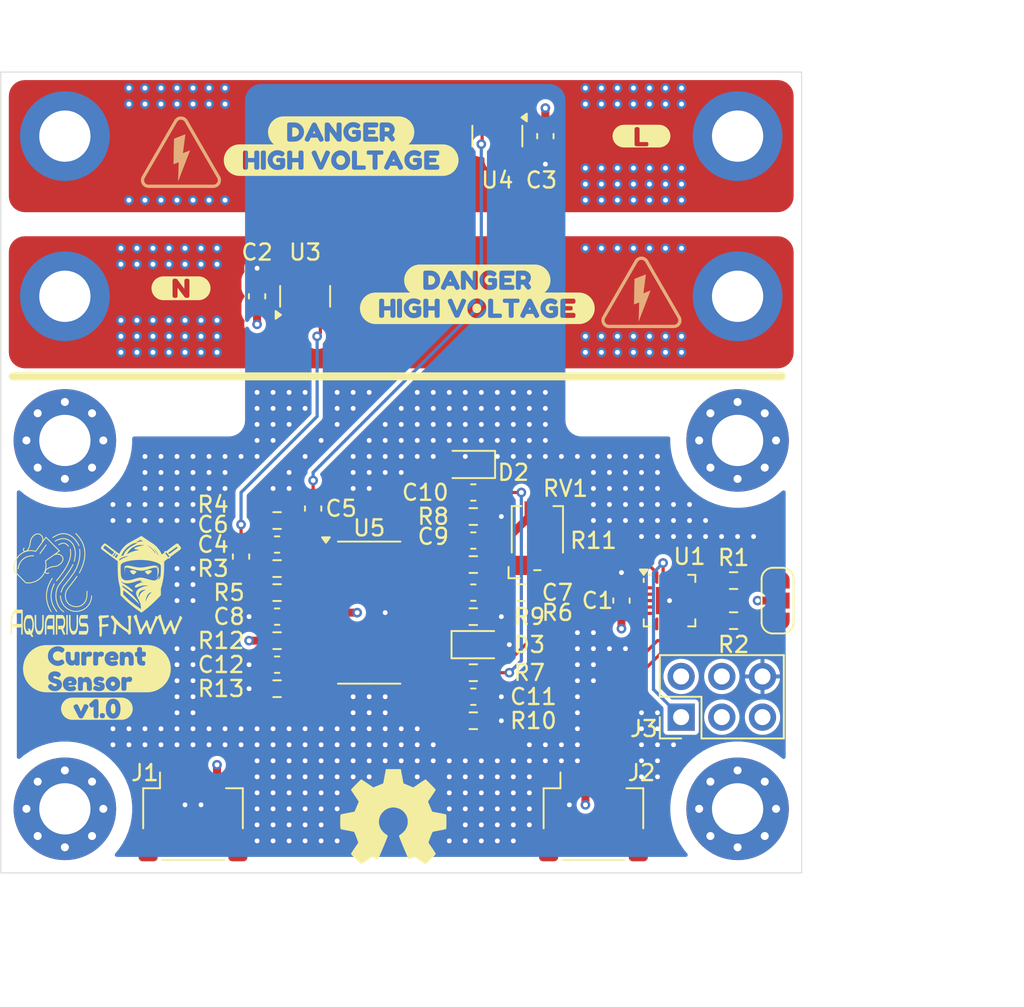
<source format=kicad_pcb>
(kicad_pcb (version 20241229) (generator "pcbnew") (generator_version "9.0")
  (layers (0 "F.Cu" signal) (4 "In1.Cu" signal) (6 "In2.Cu" signal) (2 "B.Cu" signal) (13 "F.Paste" user) (15 "B.Paste" user) (5 "F.SilkS" user "F.Silkscreen") (7 "B.SilkS" user "B.Silkscreen") (1 "F.Mask" user) (3 "B.Mask" user) (25 "Edge.Cuts" user))
  (net 0 "")
  (net 1 "+3.3V")
  (net 2 "GND")
  (net 3 "/Current Sensor/HALL1")
  (net 4 "Net-(C4-Pad2)")
  (net 5 "Net-(C5-Pad2)")
  (net 6 "/Current Sensor/HALL2")
  (net 7 "Net-(U5A--)")
  (net 8 "Net-(C6-Pad2)")
  (net 9 "Net-(D3-K)")
  (net 10 "/Current Sensor/VOUT")
  (net 11 "Net-(D2-K)")
  (net 12 "Net-(D2-A)")
  (net 13 "+5V")
  (net 14 "/SDA")
  (net 15 "/SCL")
  (net 18 "/uC/UPDI")
  (net 20 "Net-(JP1-A)")
  (net 21 "Net-(JP1-B)")
  (net 22 "Net-(U5A-+)")
  (net 23 "/Current Sensor/VREF")
  (net 24 "Net-(R11-Pad1)")
  (net 39 "Net-(U5D--)")
  (net 40 "Net-(U5C-+)")
  (net 41 "Net-(U5B-+)")
  (net 42 "/AC Power/Line")
  (net 43 "/AC Power/Neutral")
  (footprint "kibuzzard-67E84097" (layer "F.Cu") (at 56 139.75)
    (property "Reference" "kibuzzard-67E84097" (hide yes))
    (property "Value" "G***" (hide yes))
  )
  (footprint "Potentiometer_SMD:Potentiometer_Bourns_TC33X_Vertical" (layer "F.Cu") (at 83.5 129 90)
    (property "Reference" "RV1")
    (property "Value" "1M")
  )
  (footprint "CRGM Symbols:HIGH-VOLTAGE-5MM" (layer "F.Cu") (at 61.25 105)
    (property "Reference" "S2" (hide yes))
    (property "Value" "~" (hide yes))
  )
  (footprint "MountingHole:MountingHole_3.2mm_M3_DIN965_Pad_TopBottom" (layer "F.Cu") (at 96 104)
    (property "Reference" "H6" (hide yes))
    (property "Value" "Line")
  )
  (footprint "CRGM Mechanical:MountingHole_3.2mm_M3_Pad_Via" (layer "F.Cu") (at 96 146)
    (property "Reference" "H2" (hide yes))
    (property "Value" "MountingHole" (hide yes))
  )
  (footprint "Capacitor_SMD:C_0603_1608Metric" (layer "F.Cu") (at 69.5 127.25 -90)
    (property "Reference" "C5")
    (property "Value" "1uF")
  )
  (footprint "Symbol:OSHW-Symbol_6.7x6mm_SilkScreen" (layer "F.Cu") (at 74.5 146.5)
    (property "Reference" "LOGO5" (hide yes))
    (property "Value" "Logo_Open_Hardware_Small" (hide yes))
  )
  (footprint "CRGM Mechanical:MountingHole_3.2mm_M3_Pad_Via" (layer "F.Cu") (at 54 123)
    (property "Reference" "H4" (hide yes))
    (property "Value" "MountingHole" (hide yes))
  )
  (footprint "Diode_SMD:D_SOD-323F" (layer "F.Cu") (at 79.75 135.75)
    (property "Reference" "D3")
    (property "Value" "BAT54J")
  )
  (footprint "MountingHole:MountingHole_3.2mm_M3_DIN965_Pad_TopBottom" (layer "F.Cu") (at 54 104)
    (property "Reference" "H5" (hide yes))
    (property "Value" "Line")
  )
  (footprint "CRGM Logos:FNWW Name 2mmx5mm" (layer "F.Cu") (at 58.750186 135.511339)
    (property "Reference" "LOGO4" (hide yes))
    (property "Value" "~" (hide yes))
  )
  (footprint "Connector_JST:JST_SH_SM04B-SRSS-TB_1x04-1MP_P1.00mm_Horizontal" (layer "F.Cu") (at 87 146.5)
    (property "Reference" "J2")
    (property "Value" "QWICC")
  )
  (footprint "Fiducial:Fiducial_0.75mm_Mask1.5mm" (layer "F.Cu") (at 96 127.75)
    (property "Reference" "FID1" (hide yes))
    (property "Value" "Fiducial")
  )
  (footprint "Capacitor_SMD:C_0603_1608Metric" (layer "F.Cu") (at 67.25 137 180)
    (property "Reference" "C12")
    (property "Value" "10uF")
  )
  (footprint "Resistor_SMD:R_0603_1608Metric" (layer "F.Cu") (at 79.5 134)
    (property "Reference" "R9")
    (property "Value" "1M")
  )
  (footprint "Resistor_SMD:R_0603_1608Metric" (layer "F.Cu") (at 79.5 137.5)
    (property "Reference" "R7")
    (property "Value" "4.99K 1%")
  )
  (footprint "Capacitor_SMD:C_0603_1608Metric" (layer "F.Cu") (at 84 104 -90)
    (property "Reference" "C3")
    (property "Value" "0.1uF")
  )
  (footprint "Capacitor_SMD:C_0603_1608Metric" (layer "F.Cu") (at 79.5 129.25)
    (property "Reference" "C9")
    (property "Value" "0.22uF")
  )
  (footprint "kibuzzard-67E84C06" (layer "F.Cu") (at 71.25 103.75)
    (property "Reference" "kibuzzard-67E84C06" (hide yes))
    (property "Value" "G***" (hide yes))
  )
  (footprint "Package_DFN_QFN:VQFN-20-1EP_3x3mm_P0.4mm_EP1.7x1.7mm" (layer "F.Cu") (at 91.75 133)
    (property "Reference" "U1")
    (property "Value" "ATtiny1616-M")
  )
  (footprint "kibuzzard-67E841E0" (layer "F.Cu") (at 90 104)
    (property "Reference" "kibuzzard-67E841E0" (hide yes))
    (property "Value" "G***" (hide yes))
  )
  (footprint "Fiducial:Fiducial_0.75mm_Mask1.5mm" (layer "F.Cu") (at 54 127.75)
    (property "Reference" "FID2" (hide yes))
    (property "Value" "Fiducial")
  )
  (footprint "CRGM Mechanical:MountingHole_3.2mm_M3_Pad_Via" (layer "F.Cu") (at 54 146)
    (property "Reference" "H1" (hide yes))
    (property "Value" "MountingHole" (hide yes))
  )
  (footprint "kibuzzard-67E84C25" (layer "F.Cu") (at 79.75 113)
    (property "Reference" "kibuzzard-67E84C25" (hide yes))
    (property "Value" "G***" (hide yes))
  )
  (footprint "Resistor_SMD:R_0603_1608Metric" (layer "F.Cu") (at 67.25 138.5 180)
    (property "Reference" "R13")
    (property "Value" "100K")
  )
  (footprint "Connector_JST:JST_SH_SM04B-SRSS-TB_1x04-1MP_P1.00mm_Horizontal" (layer "F.Cu") (at 62 146.5)
    (property "Reference" "J1")
    (property "Value" "Power")
  )
  (footprint "Resistor_SMD:R_0603_1608Metric" (layer "F.Cu") (at 67.25 135.5)
    (property "Reference" "R12")
    (property "Value" "100K")
  )
  (footprint "Connector_PinHeader_2.54mm:PinHeader_2x03_P2.54mm_Vertical" (layer "F.Cu") (at 92.475 140.275 90)
    (property "Reference" "J3")
    (property "Value" "AVR-UPDI-6")
  )
  (footprint "Resistor_SMD:R_0603_1608Metric" (layer "F.Cu") (at 67.25 128)
    (property "Reference" "R4")
    (property "Value" "4.99K 1%")
  )
  (footprint "CRGM Logos:Aquarius Name 2mmx5mm" (layer "F.Cu") (at 53.178091 135.5)
    (property "Reference" "LOGO2" (hide yes))
    (property "Value" "~" (hide yes))
  )
  (footprint "Package_TO_SOT_SMD:SOT-23" (layer "F.Cu") (at 81 104 -90)
    (property "Reference" "U4")
    (property "Value" "SS39ET")
  )
  (footprint "CRGM Symbols:HIGH-VOLTAGE-5MM" (layer "F.Cu") (at 90 113.75)
    (property "Reference" "S1" (hide yes))
    (property "Value" "~" (hide yes))
  )
  (footprint "Capacitor_SMD:C_0603_1608Metric" (layer "F.Cu") (at 67.25 134 180)
    (property "Reference" "C8")
    (property "Value" "0.22uF")
  )
  (footprint "Capacitor_SMD:C_0603_1608Metric" (layer "F.Cu") (at 67.25 129.5)
    (property "Reference" "C6")
    (property "Value" "2nF")
  )
  (footprint "MountingHole:MountingHole_3.2mm_M3_DIN965_Pad_TopBottom" (layer "F.Cu") (at 54 114)
    (property "Reference" "H7" (hide yes))
    (property "Value" "Neutral")
  )
  (footprint "Diode_SMD:D_SOD-323F" (layer "F.Cu") (at 79.25 124.5 180)
    (property "Reference" "D2")
    (property "Value" "BAT54J")
  )
  (footprint "Fiducial:Fiducial_0.75mm_Mask1.5mm" (layer "F.Cu") (at 54 141.25)
    (property "Reference" "FID3" (hide yes))
    (property "Value" "Fiducial")
  )
  (footprint "Capacitor_SMD:C_0603_1608Metric" (layer "F.Cu") (at 79.5 132.5 180)
    (property "Reference" "C7")
    (property "Value" "0.1uF")
  )
  (footprint "kibuzzard-67E84C2B" (layer "F.Cu") (at 79.75 114.75)
    (property "Reference" "kibuzzard-67E84C2B" (hide yes))
    (property "Value" "G***" (hide yes))
  )
  (footprint "Capacitor_SMD:C_0603_1608Metric" (layer "F.Cu") (at 79.5 139 180)
    (property "Reference" "C11")
    (property "Value" "0.22uF")
  )
  (footprint "Capacitor_SMD:C_0603_1608Metric" (layer "F.Cu") (at 88.75 133 90)
    (property "Reference" "C1")
    (property "Value" ".1uF")
  )
  (footprint "Resistor_SMD:R_0603_1608Metric" (layer "F.Cu") (at 79.5 130.75 180)
    (property "Reference" "R11")
    (property "Value" "100K")
  )
  (footprint "Capacitor_SMD:C_0603_1608Metric" (layer "F.Cu") (at 79.5 126.25)
    (property "Reference" "C10")
    (property "Value" "0.22uF")
  )
  (footprint "kibuzzard-67E84C0F" (layer "F.Cu") (at 71.25 105.5)
    (property "Reference" "kibuzzard-67E84C0F" (hide yes))
    (property "Value" "G***" (hide yes))
  )
  (footprint "Jumper:SolderJumper-3_P1.3mm_Open_RoundedPad1.0x1.5mm_NumberLabels" (layer "F.Cu") (at 98.5 133 -90)
    (property "Reference" "JP1" (hide yes))
    (property "Value" "Jumper_3_Open")
  )
  (footprint "Package_TO_SOT_SMD:SOT-23" (layer "F.Cu") (at 69 114 90)
    (property "Reference" "U3")
    (property "Value" "SS39ET")
  )
  (footprint "CRGM Logos:FNWW Face 5mm" (layer "F.Cu") (at 58.750186 134)
    (property "Reference" "LOGO3" (hide yes))
    (property "Value" "~" (hide yes))
  )
  (footprint "Resistor_SMD:R_0603_1608Metric" (layer "F.Cu") (at 95.75 131.75)
    (property "Reference" "R1")
    (property "Value" "10K")
  )
  (footprint "Resistor_SMD:R_0603_1608Metric" (layer "F.Cu") (at 82.5 132.5)
    (property "Reference" "R6")
    (property "Value" "300K")
  )
  (footprint "Resistor_SMD:R_0603_1608Metric" (layer "F.Cu") (at 67.25 132.5 180)
    (property "Reference" "R5")
    (property "Value" "300K")
  )
  (footprint "kibuzzard-67E8408B" (layer "F.Cu") (at 56 137.25)
    (property "Reference" "kibuzzard-67E8408B" (hide yes))
    (property "Value" "G***" (hide yes))
  )
  (footprint "Capacitor_SMD:C_0603_1608Metric" (layer "F.Cu") (at 66 114 90)
    (property "Reference" "C2")
    (property "Value" "0.1uF")
  )
  (footprint "CRGM Mechanical:MountingHole_3.2mm_M3_Pad_Via" (layer "F.Cu") (at 96 123)
    (property "Reference" "H3" (hide yes))
    (property "Value" "MountingHole" (hide yes))
  )
  (footprint "MountingHole:MountingHole_3.2mm_M3_DIN965_Pad_TopBottom" (layer "F.Cu") (at 96 114)
    (property "Reference" "H8" (hide yes))
    (property "Value" "Neutral")
  )
  (footprint "Resistor_SMD:R_0603_1608Metric" (layer "F.Cu") (at 95.75 134.25)
    (property "Reference" "R2")
    (property "Value" "10K")
  )
  (footprint "Resistor_SMD:R_0603_1608Metric" (layer "F.Cu") (at 79.5 140.5)
    (property "Reference" "R10")
    (property "Value" "10M")
  )
  (footprint "Capacitor_SMD:C_0603_1608Metric" (layer "F.Cu") (at 65 130.25 -90)
    (property "Reference" "C4")
    (property "Value" "1uF")
  )
  (footprint "kibuzzard-67E841CF" (layer "F.Cu") (at 61.25 113.5)
    (property "Reference" "kibuzzard-67E841CF" (hide yes))
    (property "Value" "G***" (hide yes))
  )
  (footprint "Resistor_SMD:R_0603_1608Metric" (layer "F.Cu") (at 79.5 127.75)
    (property "Reference" "R8")
    (property "Value" "100K")
  )
  (footprint "Resistor_SMD:R_0603_1608Metric" (layer "F.Cu") (at 67.25 131 180)
    (property "Reference" "R3")
    (property "Value" "4.99K 1%")
  )
  (footprint "Package_SO:SOIC-14_3.9x8.7mm_P1.27mm" (layer "F.Cu") (at 73 133.75)
    (property "Reference" "U5")
    (property "Value" "TLV9064")
  )
  (footprint "CRGM Logos:Aquarius Logo 5mm" (layer "F.Cu") (at 53.178091 133.969017)
    (property "Reference" "LOGO1" (hide yes))
    (property "Value" "~" (hide yes))
  )
  (gr_line (start 50.75 119) (end 98.75 119) (stroke (width 0.5)) (layer "F.SilkS"))
  (gr_rect (start 50 100) (end 100 150) (stroke (width 0.05)) (fill no) (layer "Edge.Cuts"))
  (segment (start 66.425 135.5) (end 65.5 135.5) (width 0.5) (layer "F.Cu") (net 1))
  (segment (start 90.3 133.4) (end 89.125 133.4) (width 0.2) (layer "F.Cu") (net 1))
  (segment (start 98.5 133) (end 97.25 133) (width 0.5) (layer "F.Cu") (net 1))
  (segment (start 88.75 133.775) (end 88.75 134.75) (width 0.5) (layer "F.Cu") (net 1))
  (segment (start 66 114.775) (end 67.8875 114.775) (width 0.5) (layer "F.Cu") (net 1))
  (segment (start 84 103.225) (end 84 102.25) (width 0.5) (layer "F.Cu") (net 1))
  (segment (start 84 103.225) (end 82.1125 103.225) (width 0.5) (layer "F.Cu") (net 1))
  (segment (start 70.525 133.75) (end 72.25 133.75) (width 0.5) (layer "F.Cu") (net 1))
  (segment (start 68.025 134) (end 68.75 134) (width 0.5) (layer "F.Cu") (net 1))
  (segment (start 66 114.775) (end 66 115.75) (width 0.5) (layer "F.Cu") (net 1))
  (segment (start 68.75 134) (end 69 133.75) (width 0.5) (layer "F.Cu") (net 1))
  (segment (start 63.5 144.5) (end 63.5 143.25) (width 0.5) (layer "F.Cu") (net 1))
  (segment (start 89.125 133.4) (end 88.75 133.775) (width 0.2) (layer "F.Cu") (net 1))
  (segment (start 86.5 144.5) (end 86.5 145.75) (width 0.5) (layer "F.Cu") (net 1))
  (segment (start 69 133.75) (end 70.525 133.75) (width 0.5) (layer "F.Cu") (net 1))
  (segment (start 82.1125 103.225) (end 81.95 103.0625) (width 0.5) (layer "F.Cu") (net 1))
  (segment (start 67.8875 114.775) (end 68.05 114.9375) (width 0.5) (layer "F.Cu") (net 1))
  (via (at 66 115.75) (size 0.6) (drill 0.3) (layers "F.Cu" "B.Cu") (net 1))
  (via (at 97.25 133) (size 0.6) (drill 0.3) (layers "F.Cu" "B.Cu") (net 1))
  (via (at 88.75 134.75) (size 0.6) (drill 0.3) (layers "F.Cu" "B.Cu") (net 1))
  (via (at 63.5 143.25) (size 0.6) (drill 0.3) (layers "F.Cu" "B.Cu") (net 1))
  (via (at 84 102.25) (size 0.6) (drill 0.3) (layers "F.Cu" "B.Cu") (net 1))
  (via (at 72.25 133.75) (size 0.6) (drill 0.3) (layers "F.Cu" "B.Cu") (net 1))
  (via (at 86.5 145.75) (size 0.6) (drill 0.3) (layers "F.Cu" "B.Cu") (net 1))
  (via (at 65.5 135.5) (size 0.6) (drill 0.3) (layers "F.Cu" "B.Cu") (net 1))
  (segment (start 61.5 144.5) (end 61.5 145.75) (width 0.5) (layer "F.Cu") (net 2))
  (segment (start 88.75 132.225) (end 88.75 131.25) (width 0.5) (layer "F.Cu") (net 2))
  (segment (start 68.8375 113.225) (end 69 113.0625) (width 0.5) (layer "F.Cu") (net 2))
  (segment (start 85.5 144.5) (end 85.5 145.75) (width 0.5) (layer "F.Cu") (net 2))
  (segment (start 80.325 134) (end 81.25 134) (width 0.5) (layer "F.Cu") (net 2))
  (segment (start 66.425 138.5) (end 65.5 138.5) (width 0.5) (layer "F.Cu") (net 2))
  (segment (start 80.325 140.5) (end 81.25 140.5) (width 0.5) (layer "F.Cu") (net 2))
  (segment (start 84 104.775) (end 84 105.75) (width 0.5) (layer "F.Cu") (net 2))
  (segment (start 66 113.225) (end 68.8375 113.225) (width 0.5) (layer "F.Cu") (net 2))
  (segment (start 66.475 134) (end 65.5 134) (width 0.5) (layer "F.Cu") (net 2))
  (segment (start 62.5 144.5) (end 62.5 145.75) (width 0.5) (layer "F.Cu") (net 2))
  (segment (start 75.475 133.75) (end 74 133.75) (width 0.5) (layer "F.Cu") (net 2))
  (segment (start 90.3 133) (end 89.525 133) (width 0.2) (layer "F.Cu") (net 2))
  (segment (start 84 104.775) (end 81.1625 104.775) (width 0.5) (layer "F.Cu") (net 2))
  (segment (start 89.525 133) (end 88.75 132.225) (width 0.2) (layer "F.Cu") (net 2))
  (segment (start 80.325 127.75) (end 81.25 127.75) (width 0.5) (layer "F.Cu") (net 2))
  (segment (start 80.275 139) (end 81.25 139) (width 0.5) (layer "F.Cu") (net 2))
  (segment (start 80.85 135.75) (end 81.75 135.75) (width 0.5) (layer "F.Cu") (net 2))
  (segment (start 81.1625 104.775) (end 81 104.9375) (width 0.5) (layer "F.Cu") (net 2))
  (segment (start 66 113.225) (end 66 112.25) (width 0.5) (layer "F.Cu") (net 2))
  (segment (start 66.475 137) (end 65.5 137) (width 0.5) (layer "F.Cu") (net 2))
  (via (at 90 144) (size 0.6) (drill 0.3) (layers "F.Cu" "B.Cu") (net 2))
  (via (at 69 143) (size 0.6) (drill 0.3) (layers "F.Cu" "B.Cu") (net 2))
  (via (at 94 129) (size 0.6) (drill 0.3) (layers "F.Cu" "B.Cu") (net 2))
  (via (at 70 141) (size 0.6) (drill 0.3) (layers "F.Cu" "B.Cu") (net 2))
  (via (at 92 129) (size 0.6) (drill 0.3) (layers "F.Cu" "B.Cu") (net 2))
  (via (at 80 148) (size 0.6) (drill 0.3) (layers "F.Cu" "B.Cu") (net 2))
  (via (at 66 120) (size 0.6) (drill 0.3) (layers "F.Cu" "B.Cu") (net 2))
  (via (at 75 121) (size 0.6) (drill 0.3) (layers "F.Cu" "B.Cu") (net 2))
  (via (at 62 136) (size 0.6) (drill 0.3) (layers "F.Cu" "B.Cu") (net 2))
  (via (at 90 142) (size 0.6) (drill 0.3) (layers "F.Cu" "B.Cu") (net 2))
  (via (at 94 128) (size 0.6) (drill 0.3) (layers "F.Cu" "B.Cu") (net 2))
  (via (at 78 143) (size 0.6) (drill 0.3) (layers "F.Cu" "B.Cu") (net 2))
  (via (at 82 143) (size 0.6) (drill 0.3) (layers "F.Cu" "B.Cu") (net 2))
  (via (at 62 132) (size 0.6) (drill 0.3) (layers "F.Cu" "B.Cu") (net 2))
  (via (at 82 123) (size 0.6) (drill 0.3) (layers "F.Cu" "B.Cu") (net 2))
  (via (at 61 125) (size 0.6) (drill 0.3) (layers "F.Cu" "B.Cu") (net 2))
  (via (at 69 145) (size 0.6) (drill 0.3) (layers "F.Cu" "B.Cu") (net 2))
  (via (at 83 144) (size 0.6) (drill 0.3) (layers "F.Cu" "B.Cu") (net 2))
  (via (at 78 148) (size 0.6) (drill 0.3) (layers "F.Cu" "B.Cu") (net 2))
  (via (at 86 136) (size 0.6) (drill 0.3) (layers "F.Cu" "B.Cu") (net 2))
  (via (at 86 135) (size 0.6) (drill 0.3) (layers "F.Cu" "B.Cu") (net 2))
  (via (at 67 143) (size 0.6) (drill 0.3) (layers "F.Cu" "B.Cu") (net 2))
  (via (at 71 145) (size 0.6) (drill 0.3) (layers "F.Cu" "B.Cu") (net 2))
  (via (at 88.75 131.25) (size 0.6) (drill 0.3) (layers "F.Cu" "B.Cu") (net 2))
  (via (at 85 142) (size 0.6) (drill 0.3) (layers "F.Cu" "B.Cu") (net 2))
  (via (at 91 126) (size 0.6) (drill 0.3) (layers "F.Cu" "B.Cu") (net 2))
  (via (at 74 143) (size 0.6) (drill 0.3) (layers "F.Cu" "B.Cu") (net 2))
  (via (at 61 139) (size 0.6) (drill 0.3) (layers "F.Cu" "B.Cu") (net 2))
  (via (at 82 148) (size 0.6) (drill 0.3) (layers "F.Cu" "B.Cu") (net 2))
  (via (at 82 124) (size 0.6) (drill 0.3) (layers "F.Cu" "B.Cu") (net 2))
  (via (at 75 122) (size 0.6) (drill 0.3) (layers "F.Cu" "B.Cu") (net 2))
  (via (at 71 141) (size 0.6) (drill 0.3) (layers "F.Cu" "B.Cu") (net 2))
  (via (at 61 132) (size 0.6) (drill 0.3) (layers "F.Cu" "B.Cu") (net 2))
  (via (at 81.25 134) (size 0.6) (drill 0.3) (layers "F.Cu" "B.Cu") (net 2))
  (via (at 68 143) (size 0.6) (drill 0.3) (layers "F.Cu" "B.Cu") (net 2))
  (via (at 61 133) (size 0.6) (drill 0.3) (layers "F.Cu" "B.Cu") (net 2))
  (via (at 57 141) (size 0.6) (drill 0.3) (layers "F.Cu" "B.Cu") (net 2))
  (via (at 84 123) (size 0.6) (drill 0.3) (layers "F.Cu" "B.Cu") (net 2))
  (via (at 78 123) (size 0.6) (drill 0.3) (layers "F.Cu" "B.Cu") (net 2))
  (via (at 89 126) (size 0.6) (drill 0.3) (layers "F.Cu" "B.Cu") (net 2))
  (via (at 72 126) (size 0.6) (drill 0.3) (layers "F.Cu" "B.Cu") (net 2))
  (via (at 82 120) (size 0.6) (drill 0.3) (layers "F.Cu" "B.Cu") (net 2))
  (via (at 73 141) (size 0.6) (drill 0.3) (layers "F.Cu" "B.Cu") (net 2))
  (via (at 90 141) (size 0.6) (drill 0.3) (layers "F.Cu" "B.Cu") (net 2))
  (via (at 86 124) (size 0.6) (drill 0.3) (layers "F.Cu" "B.Cu") (net 2))
  (via (at 82 144) (size 0.6) (drill 0.3) (layers "F.Cu" "B.Cu") (net 2))
  (via (at 90 126) (size 0.6) (drill 0.3) (layers "F.Cu" "B.Cu") (net 2))
  (via (at 76 122) (size 0.6) (drill 0.3) (layers "F.Cu" "B.Cu") (net 2))
  (via (at 87 126) (size 0.6) (drill 0.3) (layers "F.Cu" "B.Cu") (net 2))
  (via (at 62 139) (size 0.6) (drill 0.3) (layers "F.Cu" "B.Cu") (net 2))
  (via (at 64 124) (size 0.6) (drill 0.3) (layers "F.Cu" "B.Cu") (net 2))
  (via (at 64 125) (size 0.6) (drill 0.3) (layers "F.Cu" "B.Cu") (net 2))
  (via (at 84 122) (size 0.6) (drill 0.3) (layers "F.Cu" "B.Cu") (net 2))
  (via (at 78 144) (size 0.6) (drill 0.3) (layers "F.Cu" "B.Cu") (net 2))
  (via (at 81 120) (size 0.6) (drill 0.3) (layers "F.Cu" "B.Cu") (net 2))
  (via (at 76 141) (size 0.6) (drill 0.3) (layers "F.Cu" "B.Cu") (net 2))
  (via (at 58 141) (size 0.6) (drill 0.3) (layers "F.Cu" "B.Cu") (net 2))
  (via (at 61 127) (size 0.6) (drill 0.3) (layers "F.Cu" "B.Cu") (net 2))
  (via (at 60 125) (size 0.6) (drill 0.3) (layers "F.Cu" "B.Cu") (net 2))
  (via (at 66 123) (size 0.6) (drill 0.3) (layers "F.Cu" "B.Cu") (net 2))
  (via (at 68 146) (size 0.6) (drill 0.3) (layers "F.Cu" "B.Cu") (net 2))
  (via (at 75 123) (size 0.6) (drill 0.3) (layers "F.Cu" "B.Cu") (net 2))
  (via (at 67 142) (size 0.6) (drill 0.3) (layers "F.Cu" "B.Cu") (net 2))
  (via (at 92 142) (size 0.6) (drill 0.3) (layers "F.Cu" "B.Cu") (net 2))
  (via (at 91 127) (size 0.6) (drill 0.3) (layers "F.Cu" "B.Cu") (net 2))
  (via (at 87 124) (size 0.6) (drill 0.3) (layers "F.Cu" "B.Cu") (net 2))
  (via (at 73 120) (size 0.6) (drill 0.3) (layers "F.Cu" "B.Cu") (net 2))
  (via (at 81 147) (size 0.6) (drill 0.3) (layers "F.Cu" "B.Cu") (net 2))
  (via (at 85 143) (size 0.6) (drill 0.3) (layers "F.Cu" "B.Cu") (net 2))
  (via (at 69 120) (size 0.6) (drill 0.3) (layers "F.Cu" "B.Cu") (net 2))
  (via (at 88 128) (size 0.6) (drill 0.3) (layers "F.Cu" "B.Cu") (net 2))
  (via (at 78 145) (size 0.6) (drill 0.3) (layers "F.Cu" "B.Cu") (net 2))
  (via (at 90 125) (size 0.6) (drill 0.3) (layers "F.Cu" "B.Cu") (net 2))
  (via (at 74 122) (size 0.6) (drill 0.3) (layers "F.Cu" "B.Cu") (net 2))
  (via (at 72 139) (size 0.6) (drill 0.3) (layers "F.Cu" "B.Cu") (net 2))
  (via (at 91 124) (size 0.6) (drill 0.3) (layers "F.Cu" "B.Cu") (net 2))
  (via (at 61 124) (size 0.6) (drill 0.3) (layers "F.Cu" "B.Cu") (net 2))
  (via (at 63 141) (size 0.6) (drill 0.3) (layers "F.Cu" "B.Cu") (net 2))
  (via (at 97 129) (size 0.6) (drill 0.3) (layers "F.Cu" "B.Cu") (net 2))
  (via (at 66 143) (size 0.6) (drill 0.3) (layers "F.Cu" "B.Cu") (net 2))
  (via (at 58 142) (size 0.6) (drill 0.3) (layers "F.Cu" "B.Cu") (net 2))
  (via (at 72 125) (size 0.6) (drill 0.3) (layers "F.Cu" "B.Cu") (net 2))
  (via (at 87 128) (size 0.6) (drill 0.3) (layers "F.Cu" "B.Cu") (net 2))
  (via (at 69 144) (size 0.6) (drill 0.3) (layers "F.Cu" "B.Cu") (net 2))
  (via (at 79 124) (size 0.6) (drill 0.3) (layers "F.Cu" "B.Cu") (net 2))
  (via (at 73 123) (size 0.6) (drill 0.3) (layers "F.Cu" "B.Cu") (net 2))
  (via (at 61 137) (size 0.6) (drill 0.3) (layers "F.Cu" "B.Cu") (net 2))
  (via (at 96 129) (size 0.6) (drill 0.3) (layers "F.Cu" "B.Cu") (net 2))
  (via (at 67 126) (size 0.6) (drill 0.3) (layers "F.Cu" "B.Cu") (net 2))
  (via (at 76 143) (size 0.6) (drill 0.3) (layers "F.Cu" "B.Cu") (net 2))
  (via (at 83 123) (size 0.6) (drill 0.3) (layers "F.Cu" "B.Cu") (net 2))
  (via (at 72 141) (size 0.6) (drill 0.3) (layers "F.Cu" "B.Cu") (net 2))
  (via (at 90 143) (size 0.6) (drill 0.3) (layers "F.Cu" "B.Cu") (net 2))
  (via (at 66 148) (size 0.6) (drill 0.3) (layers "F.Cu" "B.Cu") (net 2))
  (via (at 82 146) (size 0.6) (drill 0.3) (layers "F.Cu" "B.Cu") (net 2))
  (via (at 70 144) (size 0.6) (drill 0.3) (layers "F.Cu" "B.Cu") (net 2))
  (via (at 59 124) (size 0.6) (drill 0.3) (layers "F.Cu" "B.Cu") (net 2))
  (via (at 77 124) (size 0.6) (drill 0.3) (layers "F.Cu" "B.Cu") (net 2))
  (via (at 82 122) (size 0.6) (drill 0.3) (layers "F.Cu" "B.Cu") (net 2))
  (via (at 72 121) (size 0.6) (drill 0.3) (layers "F.Cu" "B.Cu") (net 2))
  (via (at 79 146) (size 0.6) (drill 0.3) (layers "F.Cu" "B.Cu") (net 2))
  (via (at 82 145) (size 0.6) (drill 0.3) (layers "F.Cu" "B.Cu") (net 2))
  (via (at 67 146) (size 0.6) (drill 0.3) (layers "F.Cu" "B.Cu") (net 2))
  (via (at 81 123) (size 0.6) (drill 0.3) (layers "F.Cu" "B.Cu") (net 2))
  (via (at 66 142) (size 0.6) (drill 0.3) (layers "F.Cu" "B.Cu") (net 2))
  (via (at 80 145) (size 0.6) (drill 0.3) (layers "F.Cu" "B.Cu") (net 2))
  (via (at 85.5 145.75) (size 0.6) (drill 0.3) (layers "F.Cu" "B.Cu") (net 2))
  (via (at 75 124) (size 0.6) (drill 0.3) (layers "F.Cu" "B.Cu") (net 2))
  (via (at 60 142) (size 0.6) (drill 0.3) (layers "F.Cu" "B.Cu") (net 2))
  (via (at 86 137) (size 0.6) (drill 0.3) (layers "F.Cu" "B.Cu") (net 2))
  (via (at 66 147) (size 0.6) (drill 0.3) (layers "F.Cu" "B.Cu") (net 2))
  (via (at 75 143) (size 0.6) (drill 0.3) (layers "F.Cu" "B.Cu") (net 2))
  (via (at 92 128) (size 0.6) (drill 0.3) (layers "F.Cu" "B.Cu") (net 2))
  (via (at 91 142) (size 0.6) (drill 0.3) (layers "F.Cu" "B.Cu") (net 2))
  (via (at 77 143) (size 0.6) (drill 0.3) (layers "F.Cu" "B.Cu") (net 2))
  (via (at 79 120) (size 0.6) (drill 0.3) (layers "F.Cu" "B.Cu") (net 2))
  (via (at 57 128) (size 0.6) (drill 0.3) (layers "F.Cu" "B.Cu") (net 2))
  (via (at 74 139) (size 0.6) (drill 0.3) (layers "F.Cu" "B.Cu") (net 2))
  (via (at 83 120) (size 0.6) (drill 0.3) (layers "F.Cu" "B.Cu") (net 2))
  (via (at 81 144) (size 0.6) (drill 0.3) (layers "F.Cu" "B.Cu") (net 2))
  (via (at 89 124) (size 0.6) (drill 0.3) (layers "F.Cu" "B.Cu") (net 2))
  (via (at 81.25 139) (size 0.6) (drill 0.3) (layers "F.Cu" "B.Cu") (net 2))
  (via (at 63 125) (size 0.6) (drill 0.3) (layers "F.Cu" "B.Cu") (net 2))
  (via (at 67 148) (size 0.6) (drill 0.3) (layers "F.Cu" "B.Cu") (net 2))
  (via (at 71 121) (size 0.6) (drill 0.3) (layers "F.Cu" "B.Cu") (net 2))
  (via (at 80 147) (size 0.6) (drill 0.3) (layers "F.Cu" "B.Cu") (net 2))
  (via (at 68 148) (size 0.6) (drill 0.3) (layers "F.Cu" "B.Cu") (net 2))
  (via (at 68 144) (size 0.6) (drill 0.3) (layers "F.Cu" "B.Cu") (net 2))
  (via (at 86 138) (size 0.6) (drill 0.3) (layers "F.Cu" "B.Cu") (net 2))
  (via (at 79 145) (size 0.6) (drill 0.3) (layers "F.Cu" "B.Cu") (net 2))
  (via (at 68 121) (size 0.6) (drill 0.3) (layers "F.Cu" "B.Cu") (net 2))
  (via (at 74 133.75) (size 0.6) (drill 0.3) (layers "F.Cu" "B.Cu") (net 2))
  (via (at 73 142) (size 0.6) (drill 0.3) (layers "F.Cu" "B.Cu") (net 2))
  (via (at 79 122) (size 0.6) (drill 0.3) (layers "F.Cu" "B.Cu") (net 2))
  (via (at 69 146) (size 0.6) (drill 0.3) (layers "F.Cu" "B.Cu") (net 2))
  (via (at 65.5 138.5) (size 0.6) (drill 0.3) (layers "F.Cu" "B.Cu") (net 2))
  (via (at 77 123) (size 0.6) (drill 0.3) (layers "F.Cu" "B.Cu") (net 2))
  (via (at 66 146) (size 0.6) (drill 0.3) (layers "F.Cu" "B.Cu") (net 2))
  (via (at 64 142) (size 0.6) (drill 0.3) (layers "F.Cu" "B.Cu") (net 2))
  (via (at 61 138) (size 0.6) (drill 0.3) (layers "F.Cu" "B.Cu") (net 2))
  (via (at 60 127) (size 0.6) (drill 0.3) (layers "F.Cu" "B.Cu") (net 2))
  (via (at 91 129) (size 0.6) (drill 0.3) (layers "F.Cu" "B.Cu") (net 2))
  (via (at 74 140) (size 0.6) (drill 0.3) (layers "F.Cu" "B.Cu") (net 2))
  (via (at 66 124) (size 0.6) (drill 0.3) (layers "F.Cu" "B.Cu") (net 2))
  (via (at 59 128) (size 0.6) (drill 0.3) (layers "F.Cu" "B.Cu") (net 2))
  (via (at 76 121) (size 0.6) (drill 0.3) (layers "F.Cu" "B.Cu") (net 2))
  (via (at 70 142) (size 0.6) (drill 0.3) (layers "F.Cu" "B.Cu") (net 2))
  (via (at 61 136) (size 0.6) (drill 0.3) (layers "F.Cu" "B.Cu") (net 2))
  (via (at 91 144) (size 0.6) (drill 0.3) (layers "F.Cu" "B.Cu") (net 2))
  (via (at 75 141) (size 0.6) (drill 0.3) (layers "F.Cu" "B.Cu") (net 2))
  (via (at 81.25 140.5) (size 0.6) (drill 0.3) (layers "F.Cu" "B.Cu") (net 2))
  (via (at 83 145) (size 0.6) (drill 0.3) (layers "F.Cu" "B.Cu") (net 2))
  (via (at 68 120) (size 0.6) (drill 0.3) (layers "F.Cu" "B.Cu") (net 2))
  (via (at 70 143) (size 0.6) (drill 0.3) (layers "F.Cu" "B.Cu") (net 2))
  (via (at 60 141) (size 0.6) (drill 0.3) (layers "F.Cu" "B.Cu") (net 2))
  (via (at 77 121) (size 0.6) (drill 0.3) (layers "F.Cu" "B.Cu") (net 2))
  (via (at 69 124) (size 0.6) (drill 0.3) (layers "F.Cu" "B.Cu") (net 2))
  (via (at 70 145) (size 0.6) (drill 0.3) (layers "F.Cu" "B.Cu") (net 2))
  (via (at 61 131) (size 0.6) (drill 0.3) (layers "F.Cu" "B.Cu") (net 2))
  (via (at 87 136) (size 0.6) (drill 0.3) (layers "F.Cu" "B.Cu") (net 2))
  (via (at 71 148) (size 0.6) (drill 0.3) (layers "F.Cu" "B.Cu") (net 2))
  (via (at 88 127) (size 0.6) (drill 0.3) (layers "F.Cu" "B.Cu") (net 2))
  (via (at 62 127) (size 0.6) (drill 0.3) (layers "F.Cu" "B.Cu") (net 2))
  (via (at 62 138) (size 0.6) (drill 0.3) (layers "F.Cu" "B.Cu") (net 2))
  (via (at 64 141) (size 0.6) (drill 0.3) (layers "F.Cu" "B.Cu") (net 2))
  (via (at 61 140) (size 0.6) (drill 0.3) (layers "F.Cu" "B.Cu") (net 2))
  (via (at 66 145) (size 0.6) (drill 0.3) (layers "F.Cu" "B.Cu") (net 2))
  (via (at 67 144) (size 0.6) (drill 0.3) (layers "F.Cu" "B.Cu") (net 2))
  (via (at 76 142) (size 0.6) (drill 0.3) (layers "F.Cu" "B.Cu") (net 2))
  (via (at 70 147) (size 0.6) (drill 0.3) (layers "F.Cu" "B.Cu") (net 2))
  (via (at 61 141) (size 0.6) (drill 0.3) (layers "F.Cu" "B.Cu") (net 2))
  (via (at 57 127) (size 0.6) (drill 0.3) (layers "F.Cu" "B.Cu") (net 2))
  (via (at 59 125) (size 0.6) (drill 0.3) (layers "F.Cu" "B.Cu") (net 2))
  (via (at 79 148) (size 0.6) (drill 0.3) (layers "F.Cu" "B.Cu") (net 2))
  (via (at 77 120) (size 0.6) (drill 0.3) (layers "F.Cu" "B.Cu") (net 2))
  (via (at 80 123) (size 0.6) (drill 0.3) (layers "F.Cu" "B.Cu") (net 2))
  (via (at 70 148) (size 0.6) (drill 0.3) (layers "F.Cu" "B.Cu") (net 2))
  (via (at 68 142) (size 0.6) (drill 0.3) (layers "F.Cu" "B.Cu") (net 2))
  (via (at 81 122) (size 0.6) (drill 0.3) (layers "F.Cu" "B.Cu") (net 2))
  (via (at 62 142) (size 0.6) (drill 0.3) (layers "F.Cu" "B.Cu") (net 2))
  (via (at 62 131) (size 0.6) (drill 0.3) (layers "F.Cu" "B.Cu") (net 2))
  (via (at 79 144) (size 0.6) (drill 0.3) (layers "F.Cu" "B.Cu") (net 2))
  (via (at 72 144) (size 0.6) (drill 0.3) (layers "F.Cu" "B.Cu") (net 2))
  (via (at 76 120) (size 0.6) (drill 0.3) (layers "F.Cu" "B.Cu") (net 2))
  (via (at 87 138) (size 0.6) (drill 0.3) (layers "F.Cu" "B.Cu") (net 2))
  (via (at 72 140) (size 0.6) (drill 0.3) (layers "F.Cu" "B.Cu") (net 2))
  (via (at 92 127) (size 0.6) (drill 0.3) (layers "F.Cu" "B.Cu") (net 2))
  (via (at 84 143) (size 0.6) (drill 0.3) (layers "F.Cu" "B.Cu") (net 2))
  (via (at 80 143) (size 0.6) (drill 0.3) (layers "F.Cu" "B.Cu") (net 2))
  (via (at 73 124) (size 0.6) (drill 0.3) (layers "F.Cu" "B.Cu") (net 2))
  (via (at 81 148) (size 0.6) (drill 0.3) (layers "F.Cu" "B.Cu") (net 2))
  (via (at 69 141) (size 0.6) (drill 0.3) (layers "F.Cu" "B.Cu") (net 2))
  (via (at 67 123) (size 0.6) (drill 0.3) (layers "F.Cu" "B.Cu") (net 2))
  (via (at 62.5 145.75) (size 0.6) (drill 0.3) (layers "F.Cu" "B.Cu") (net 2))
  (via (at 57 142) (size 0.6) (drill 0.3) (layers "F.Cu" "B.Cu") (net 2))
  (via (at 65.5 137) (size 0.6) (drill 0.3) (layers "F.Cu" "B.Cu") (net 2))
  (via (at 68 125) (size 0.6) (drill 0.3) (layers "F.Cu" "B.Cu") (net 2))
  (via (at 59 141) (size 0.6) (drill 0.3) (layers "F.Cu" "B.Cu") (net 2))
  (via (at 91 143) (size 0.6) (drill 0.3) (layers "F.Cu" "B.Cu") (net 2))
  (via (at 61 128) (size 0.6) (drill 0.3) (layers "F.Cu" "B.Cu") (net 2))
  (via (at 64 126) (size 0.6) (drill 0.3) (layers "F.Cu" "B.Cu") (net 2))
  (via (at 83 147) (size 0.6) (drill 0.3) (layers "F.Cu" "B.Cu") (net 2))
  (via (at 78 146) (size 0.6) (drill 0.3) (layers "F.Cu" "B.Cu") (net 2))
  (via (at 86 143) (size 0.6) (drill 0.3) (layers "F.Cu" "B.Cu") (net 2))
  (via (at 87 125) (size 0.6) (drill 0.3) (layers "F.Cu" "B.Cu") (net 2))
  (via (at 85 124) (size 0.6) (drill 0.3) (layers "F.Cu" "B.Cu") (net 2))
  (via (at 69 121) (size 0.6) (drill 0.3) (layers "F.Cu" "B.Cu") (net 2))
  (via (at 69 148) (size 0.6) (drill 0.3) (layers "F.Cu" "B.Cu") (net 2))
  (via (at 72 120) (size 0.6) (drill 0.3) (layers "F.Cu" "B.Cu") (net 2))
  (via (at 83 121) (size 0.6) (drill 0.3) (layers "F.Cu" "B.Cu") (net 2))
  (via (at 63 142) (size 0.6) (drill 0.3) (layers "F.Cu" "B.Cu") (net 2))
  (via (at 89 136) (size 0.6) (drill 0.3) (layers "F.Cu" "B.Cu") (net 2))
  (via (at 77 142) (size 0.6) (drill 0.3) (layers "F.Cu" "B.Cu") (net 2))
  (via (at 60 128) (size 0.6) (drill 0.3) (layers "F.Cu" "B.Cu") (net 2))
  (via (at 75 125) (size 0.6) (drill 0.3) (layers "F.Cu" "B.Cu") (net 2))
  (via (at 81 121) (size 0.6) (drill 0.3) (layers "F.Cu" "B.Cu") (net 2))
  (via (at 58 127) (size 0.6) (drill 0.3) (layers "F.Cu" "B.Cu") (net 2))
  (via (at 71 143) (size 0.6) (drill 0.3) (layers "F.Cu" "B.Cu") (net 2))
  (via (at 71 146) (size 0.6) (drill 0.3) (layers "F.Cu" "B.Cu") (net 2))
  (via (at 87 135) (size 0.6) (drill 0.3) (layers "F.Cu" "B.Cu") (net 2))
  (via (at 88 136) (size 0.6) (drill 0.3) (layers "F.Cu" "B.Cu") (net 2))
  (via (at 67 147) (size 0.6) (drill 0.3) (layers "F.Cu" "B.Cu") (net 2))
  (via (at 67 141) (size 0.6) (drill 0.3) (layers "F.Cu" "B.Cu") (net 2))
  (via (at 68 126) (size 0.6) (drill 0.3) (layers "F.Cu" "B.Cu") (net 2))
  (via (at 73 140) (size 0.6) (drill 0.3) (layers "F.Cu" "B.Cu") (net 2))
  (via (at 70 123) (size 0.6) (drill 0.3) (layers "F.Cu" "B.Cu") (net 2))
  (via (at 90 124) (size 0.6) (drill 0.3) (layers "F.Cu" "B.Cu") (net 2))
  (via (at 67 145) (size 0.6) (drill 0.3) (layers "F.Cu" "B.Cu") (net 2))
  (via (at 67 121) (size 0.6) (drill 0.3) (layers "F.Cu" "B.Cu") (net 2))
  (via (at 79 143) (size 0.6) (drill 0.3) (layers "F.Cu" "B.Cu") (net 2))
  (via (at 93 127) (size 0.6) (drill 0.3) (layers "F.Cu" "B.Cu") (net 2))
  (via (at 81 146) (size 0.6) (drill 0.3) (layers "F.Cu" "B.Cu") (net 2))
  (via (at 78 121) (size 0.6) (drill 0.3) (layers "F.Cu" "B.Cu") (net 2))
  (via (at 66 121) (size 0.6) (drill 0.3) (layers "F.Cu" "B.Cu") (net 2))
  (via (at 78 122) (size 0.6) (drill 0.3) (layers "F.Cu" "B.Cu") (net 2))
  (via (at 71 122) (size 0.6) (drill 0.3) (layers "F.Cu" "B.Cu") (net 2))
  (via (at 74 124) (size 0.6) (drill 0.3) (layers "F.Cu" "B.Cu") (net 2))
  (via (at 82 121) (size 0.6) (drill 0.3) (layers "F.Cu" "B.Cu") (net 2))
  (via (at 73 126) (size 0.6) (drill 0.3) (layers "F.Cu" "B.Cu") (net 2))
  (via (at 84 105.75) (size 0.6) (drill 0.3) (layers "F.Cu" "B.Cu") (net 2))
  (via (at 67 120) (size 0.6) (drill 0.3) (layers "F.Cu" "B.Cu") (net 2))
  (via (at 68 122) (size 0.6) (drill 0.3) (layers "F.Cu" "B.Cu") (net 2))
  (via (at 68 147) (size 0.6) (drill 0.3) (layers "F.Cu" "B.Cu") (net 2))
  (via (at 83 124) (size 0.6) (drill 0.3) (layers "F.Cu" "B.Cu") (net 2))
  (via (at 89 125) (size 0.6) (drill 0.3) (layers "F.Cu" "B.Cu") (net 2))
  (via (at 73 143) (size 0.6) (drill 0.3) (layers "F.Cu" "B.Cu") (net 2))
  (via (at 66 144) (size 0.6) (drill 0.3) (layers "F.Cu" "B.Cu") (net 2))
  (via (at 62 125) (size 0.6) (drill 0.3) (layers "F.Cu" "B.Cu") (net 2))
  (via (at 81.25 127.75) (size 0.6) (drill 0.3) (layers "F.Cu" "B.Cu") (net 2))
  (via (at 89 128) (size 0.6) (drill 0.3) (layers "F.Cu" "B.Cu") (net 2))
  (via (at 80 120) (size 0.6) (drill 0.3) (layers "F.Cu" "B.Cu") (net 2))
  (via (at 76 124) (size 0.6) (drill 0.3) (layers "F.Cu" "B.Cu") (net 2))
  (via (at 62 140) (size 0.6) (drill 0.3) (layers "F.Cu" "B.Cu") (net 2))
  (via (at 62 124) (size 0.6) (drill 0.3) (layers "F.Cu" "B.Cu") (net 2))
  (via (at 66 112.25) (size 0.6) (drill 0.3) (layers "F.Cu" "B.Cu") (net 2))
  (via (at 78 120) (size 0.6) (drill 0.3) (layers "F.Cu" "B.Cu") (net 2))
  (via (at 63 124) (size 0.6) (drill 0.3) (layers "F.Cu" "B.Cu") (net 2))
  (via (at 80 146) (size 0.6) (drill 0.3) (layers "F.Cu" "B.Cu") (net 2))
  (via (at 72 124) (size 0.6) (drill 0.3) (layers "F.Cu" "B.Cu") (net 2))
  (via (at 69 142) (size 0.6) (drill 0.3) (layers "F.Cu" "B.Cu") (net 2))
  (via (at 74 125) (size 0.6) (drill 0.3) (layers "F.Cu" "B.Cu") (net 2))
  (via (at 59 127) (size 0.6) (drill 0.3) (layers "F.Cu" "B.Cu") (net 2))
  (via (at 88 125) (size 0.6) (drill 0.3) (layers "F.Cu" "B.Cu") (net 2))
  (via (at 71 120) (size 0.6) (drill 0.3) (layers "F.Cu" "B.Cu") (net 2))
  (via (at 91.75 133) (size 0.6) (drill 0.3) (layers "F.Cu" "B.Cu") (net 2))
  (via (at 58 128) (size 0.6) (drill 0.3) (layers "F.Cu" "B.Cu") (net 2))
  (via (at 60 126) (size 0.6) (drill 0.3) (layers "F.Cu" "B.Cu") (net 2))
  (via (at 80 122) (size 0.6) (drill 0.3) (layers "F.Cu" "B.Cu") (net 2))
  (via (at 72 143) (size 0.6) (drill 0.3) (layers "F.Cu" "B.Cu") (net 2))
  (via (at 81 145) (size 0.6) (drill 0.3) (layers "F.Cu" "B.Cu") (net 2))
  (via (at 66 141) (size 0.6) (drill 0.3) (layers "F.Cu" "B.Cu") (net 2))
  (via (at 90 129) (size 0.6) (drill 0.3) (layers "F.Cu" "B.Cu") (net 2))
  (via (at 84 121) (size 0.6) (drill 0.3) (layers "F.Cu" "B.Cu") (net 2))
  (via (at 91 125) (size 0.6) (drill 0.3) (layers "F.Cu" "B.Cu") (net 2))
  (via (at 80 121) (size 0.6) (drill 0.3) (layers "F.Cu" "B.Cu") (net 2))
  (via (at 91 141) (size 0.6) (drill 0.3) (layers "F.Cu" "B.Cu") (net 2))
  (via (at 84 124) (size 0.6) (drill 0.3) (layers "F.Cu" "B.Cu") (net 2))
  (via (at 61 142) (size 0.6) (drill 0.3) (layers "F.Cu" "B.Cu") (net 2))
  (via (at 91 140) (size 0.6) (drill 0.3) (layers "F.Cu" "B.Cu") (net 2))
  (via (at 63 126) (size 0.6) (drill 0.3) (layers "F.Cu" "B.Cu") (net 2))
  (via (at 71 144) (size 0.6) (drill 0.3) (layers "F.Cu" "B.Cu") (net 2))
  (via (at 87 127) (size 0.6) (drill 0.3) (layers "F.Cu" "B.Cu") (net 2))
  (via (at 73 139) (size 0.6) (drill 0.3) (layers "F.Cu" "B.Cu") (net 2))
  (via (at 73 125) (size 0.6) (drill 0.3) (layers "F.Cu" "B.Cu") (net 2))
  (via (at 83 142) (size 0.6) (drill 0.3) (layers "F.Cu" "B.Cu") (net 2))
  (via (at 62 141) (size 0.6) (drill 0.3) (layers "F.Cu" "B.Cu") (net 2))
  (via (at 74 123) (size 0.6) (drill 0.3) (layers "F.Cu" "B.Cu") (net 2))
  (via (at 65 141) (size 0.6) (drill 0.3) (layers "F.Cu" "B.Cu") (net 2))
  (via (at 62 137) (size 0.6) (drill 0.3) (layers "F.Cu" "B.Cu") (net 2))
  (via (at 90 127) (size 0.6) (drill 0.3) (layers "F.Cu" "B.Cu") (net 2))
  (via (at 71 142) (size 0.6) (drill 0.3) (layers "F.Cu" "B.Cu") (net 2))
  (via (at 81 124) (size 0.6) (drill 0.3) (layers "F.Cu" "B.Cu") (net 2))
  (via (at 65.5 134) (size 0.6) (drill 0.3) (layers "F.Cu" "B.Cu") (net 2))
  (via (at 65 142) (size 0.6) (drill 0.3) (layers "F.Cu" "B.Cu") (net 2))
  (via (at 61 126) (size 0.6) (drill 0.3) (layers "F.Cu" "B.Cu") (net 2))
  (via (at 59 142) (size 0.6) (drill 0.3) (layers "F.Cu" "B.Cu") (net 2))
  (via (at 60 124) (size 0.6) (drill 0.3) (layers "F.Cu" "B.Cu") (net 2))
  (via (at 67 122) (size 0.6) (drill 0.3) (layers "F.Cu" "B.Cu") (net 2))
  (via (at 93 129) (size 0.6) (drill 0.3) (layers "F.Cu" "B.Cu") (net 2))
  (via (at 81.75 135.75) (size 0.6) (drill 0.3) (layers "F.Cu" "B.Cu") (net 2))
  (via (at 75 142) (size 0.6) (drill 0.3) (layers "F.Cu" "B.Cu") (net 2))
  (via (at 81 143) (size 0.6) (drill 0.3) (layers "F.Cu" "B.Cu") (net 2))
  (via (at 61.5 145.75) (size 0.6) (drill 0.3) (layers "F.Cu" "B.Cu") (net 2))
  (via (at 86 140) (size 0.6) (drill 0.3) (layers "F.Cu" "B.Cu") (net 2))
  (via (at 88 124) (size 0.6) (drill 0.3) (layers "F.Cu" "B.Cu") (net 2))
  (via (at 72 142) (size 0.6) (drill 0.3) (layers "F.Cu" "B.Cu") (net 2))
  (via (at 65 124) (size 0.6) (drill 0.3) (layers "F.Cu" "B.Cu") (net 2))
  (via (at 79 121) (size 0.6) (drill 0.3) (layers "F.Cu" "B.Cu") (net 2))
  (via (at 70 146) (size 0.6) (drill 0.3) (layers "F.Cu" "B.Cu") (net 2))
  (via (at 68 145) (size 0.6) (drill 0.3) (layers "F.Cu" "B.Cu") (net 2))
  (via (at 62 133) (size 0.6) (drill 0.3) (layers "F.Cu" "B.Cu") (net 2))
  (via (at 74 141) (size 0.6) (drill 0.3) (layers "F.Cu" "B.Cu") (net 2))
  (via (at 74 142) (size 0.6) (drill 0.3) (layers "F.Cu" "B.Cu") (net 2))
  (via (at 95 129) (size 0.6) (drill 0.3) (layers "F.Cu" "B.Cu") (net 2))
  (via (at 84 142) (size 0.6) (drill 0.3) (layers "F.Cu" "B.Cu") (net 2))
  (via (at 76 144) (size 0.6) (drill 0.3) (layers "F.Cu" "B.Cu") (net 2))
  (via (at 80 144) (size 0.6) (drill 0.3) (layers "F.Cu" "B.Cu") (net 2))
  (via (at 73 144) (size 0.6) (drill 0.3) (layers "F.Cu" "B.Cu") (net 2))
  (via (at 66 122) (size 0.6) (drill 0.3) (layers "F.Cu" "B.Cu") (net 2))
  (via (at 89 127) (size 0.6) (drill 0.3) (layers "F.Cu" "B.Cu") (net 2))
  (via (at 86 142) (size 0.6) (drill 0.3) (layers "F.Cu" "B.Cu") (net 2))
  (via (at 84 120) (size 0.6) (drill 0.3) (layers "F.Cu" "B.Cu") (net 2))
  (via (at 83 122) (size 0.6) (drill 0.3) (layers "F.Cu" "B.Cu") (net 2))
  (via (at 77 122) (size 0.6) (drill 0.3) (layers "F.Cu" "B.Cu") (net 2))
  (via (at 90 128) (size 0.6) (drill 0.3) (layers "F.Cu" "B.Cu") (net 2))
  (via (at 93 128) (size 0.6) (drill 0.3) (layers "F.Cu" "B.Cu") (net 2))
  (via (at 91 128) (size 0.6) (drill 0.3) (layers "F.Cu" "B.Cu") (net 2))
  (via (at 59 126) (size 0.6) (drill 0.3) (layers "F.Cu" "B.Cu") (net 2))
  (via (at 86 141) (size 0.6) (drill 0.3) (layers "F.Cu" "B.Cu") (net 2))
  (via (at 87 137) (size 0.6) (drill 0.3) (layers "F.Cu" "B.Cu") (net 2))
  (via (at 76 123) (size 0.6) (drill 0.3) (layers "F.Cu" "B.Cu") (net 2))
  (via (at 79 147) (size 0.6) (drill 0.3) (layers "F.Cu" "B.Cu") (net 2))
  (via (at 90 140) (size 0.6) (drill 0.3) (layers "F.Cu" "B.Cu") (net 2))
  (via (at 69 147) (size 0.6) (drill 0.3) (layers "F.Cu" "B.Cu") (net 2))
  (via (at 68 141) (size 0.6) (drill 0.3) (layers "F.Cu" "B.Cu") (net 2))
  (via (at 86 139) (size 0.6) (drill 0.3) (layers "F.Cu" "B.Cu") (net 2))
  (via (at 83 146) (size 0.6) (drill 0.3) (layers "F.Cu" "B.Cu") (net 2))
  (via (at 88 126) (size 0.6) (drill 0.3) (layers "F.Cu" "B.Cu") (net 2))
  (via (at 79 123) (size 0.6) (drill 0.3) (layers "F.Cu" "B.Cu") (net 2))
  (via (at 62 128) (size 0.6) (drill 0.3) (layers "F.Cu" "B.Cu") (net 2))
  (via (at 62 126) (size 0.6) (drill 0.3) (layers "F.Cu" "B.Cu") (net 2))
  (via (at 82 147) (size 0.6) (drill 0.3) (layers "F.Cu" "B.Cu") (net 2))
  (via (at 83 143) (size 0.6) (drill 0.3) (layers "F.Cu" "B.Cu") (net 2))
  (segment (start 65 129.475) (end 65 128.25) (width 0.2) (layer "F.Cu") (net 3))
  (segment (start 69.95 114.9375) (end 69.95 116.3) (width 0.2) (layer "F.Cu") (net 3))
  (segment (start 69.95 116.3) (end 69.75 116.5) (width 0.2) (layer "F.Cu") (net 3))
  (via (at 65 128.25) (size 0.6) (drill 0.3) (layers "F.Cu" "B.Cu") (net 3))
  (via (at 69.75 116.5) (size 0.6) (drill 0.3) (layers "F.Cu" "B.Cu") (net 3))
  (segment (start 65 126.25) (end 65 128.25) (width 0.2) (layer "B.Cu") (net 3))
  (segment (start 69.75 121.5) (end 65 126.25) (width 0.2) (layer "B.Cu") (net 3))
  (segment (start 69.75 116.5) (end 69.75 121.5) (width 0.2) (layer "B.Cu") (net 3))
  (segment (start 66.425 131) (end 65.025 131) (width 0.2) (layer "F.Cu") (net 4))
  (segment (start 65.025 131) (end 65 131.025) (width 0.2) (layer "F.Cu") (net 4))
  (segment (start 69.5 128.025) (end 68.1 128.025) (width 0.2) (layer "F.Cu") (net 5))
  (segment (start 68.1 128.025) (end 68.075 128) (width 0.2) (layer "F.Cu") (net 5))
  (segment (start 69.5 126.475) (end 69.5 125.5) (width 0.2) (layer "F.Cu") (net 6))
  (segment (start 80.05 104.45) (end 80 104.5) (width 0.2) (layer "F.Cu") (net 6))
  (segment (start 80.05 103.0625) (end 80.05 104.45) (width 0.2) (layer "F.Cu") (net 6))
  (via (at 80 104.5) (size 0.6) (drill 0.3) (layers "F.Cu" "B.Cu") (net 6))
  (via (at 69.5 125.5) (size 0.6) (drill 0.3) (layers "F.Cu" "B.Cu") (net 6))
  (segment (start 80 114.5) (end 80 104.5) (width 0.2) (layer "B.Cu") (net 6))
  (segment (start 69.5 125) (end 80 114.5) (width 0.2) (layer "B.Cu") (net 6))
  (segment (start 69.5 125.5) (end 69.5 125) (width 0.2) (layer "B.Cu") (net 6))
  (segment (start 66.425 128) (end 66.425 129.45) (width 0.2) (layer "F.Cu") (net 7))
  (segment (start 73 134) (end 73.39021 134.39021) (width 0.2) (layer "F.Cu") (net 7))
  (segment (start 70.525 131.21) (end 72.21 131.21) (width 0.2) (layer "F.Cu") (net 7))
  (segment (start 73 132) (end 73 134) (width 0.2) (layer "F.Cu") (net 7))
  (segment (start 67 130.25) (end 68.75 130.25) (width 0.2) (layer "F.Cu") (net 7))
  (segment (start 68.75 130.25) (end 69.71 131.21) (width 0.2) (layer "F.Cu") (net 7))
  (segment (start 66.475 129.5) (end 66.475 129.725) (width 0.2) (layer "F.Cu") (net 7))
  (segment (start 66.475 129.725) (end 67 130.25) (width 0.2) (layer "F.Cu") (net 7))
  (segment (start 69.71 131.21) (end 70.525 131.21) (width 0.2) (layer "F.Cu") (net 7))
  (segment (start 83.325 135.175) (end 83.325 132.5) (width 0.2) (layer "F.Cu") (net 7))
  (segment (start 72.21 131.21) (end 73 132) (width 0.2) (layer "F.Cu") (net 7))
  (segment (start 77.75 136.5) (end 82 136.5) (width 0.2) (layer "F.Cu") (net 7))
  (segment (start 77.5 135) (end 77.5 136.25) (width 0.2) (layer "F.Cu") (net 7))
  (segment (start 76.89021 134.39021) (end 77.5 135) (width 0.2) (layer "F.Cu") (net 7))
  (segment (start 66.425 129.45) (end 66.475 129.5) (width 0.2) (layer "F.Cu") (net 7))
  (segment (start 82 136.5) (end 83.325 135.175) (width 0.2) (layer "F.Cu") (net 7))
  (segment (start 77.5 136.25) (end 77.75 136.5) (width 0.2) (layer "F.Cu") (net 7))
  (segment (start 73.39021 134.39021) (end 76.89021 134.39021) (width 0.2) (layer "F.Cu") (net 7))
  (segment (start 77.86527 131.86172) (end 73.61172 131.86172) (width 0.2) (layer "F.Cu") (net 8))
  (segment (start 68.025 129.5) (end 70.085 129.5) (width 0.2) (layer "F.Cu") (net 8))
  (segment (start 79.525 131.75) (end 77.97699 131.75) (width 0.2) (layer "F.Cu") (net 8))
  (segment (start 77.97699 131.75) (end 77.86527 131.86172) (width 0.2) (layer "F.Cu") (net 8))
  (segment (start 70.085 129.5) (end 70.525 129.94) (width 0.2) (layer "F.Cu") (net 8))
  (segment (start 73.61172 131.86172) (end 71.69 129.94) (width 0.2) (layer "F.Cu") (net 8))
  (segment (start 80.275 132.5) (end 79.525 131.75) (width 0.2) (layer "F.Cu") (net 8))
  (segment (start 80.275 132.5) (end 81.675 132.5) (width 0.2) (layer "F.Cu") (net 8))
  (segment (start 71.69 129.94) (end 70.525 129.94) (width 0.2) (layer "F.Cu") (net 8))
  (segment (start 78.725 132.5) (end 75.495 132.5) (width 0.2) (layer "F.Cu") (net 9))
  (segment (start 78.725 132.5) (end 78.725 133.95) (width 0.2) (layer "F.Cu") (net 9))
  (segment (start 78.65 134.025) (end 78.675 134) (width 0.2) (layer "F.Cu") (net 9))
  (segment (start 75.495 132.5) (end 75.475 132.48) (width 0.2) (layer "F.Cu") (net 9))
  (segment (start 78.725 133.95) (end 78.675 134) (width 0.2) (layer "F.Cu") (net 9))
  (segment (start 78.675 135.725) (end 78.65 135.75) (width 0.2) (layer "F.Cu") (net 9))
  (segment (start 78.675 134) (end 78.675 135.725) (width 0.2) (layer "F.Cu") (net 9))
  (segment (start 84.5 130.8) (end 84.5 128.55) (width 0.508) (layer "F.Cu") (net 10))
  (segment (start 84.8 130.5) (end 84.5 130.8) (width 0.1524) (layer "F.Cu") (net 10))
  (segment (start 75.475 137.56) (end 75.475 138.975) (width 0.508) (layer "F.Cu") (net 10))
  (segment (start 81.5 141.75) (end 84.5 138.75) (width 0.508) (layer "F.Cu") (net 10))
  (segment (start 75.475 137.56) (end 75.475 136.29) (width 0.508) (layer "F.Cu") (net 10))
  (segment (start 90.95 131.268093) (end 90.181907 130.5) (width 0.2) (layer "F.Cu") (net 10))
  (segment (start 78.25 141.75) (end 81.5 141.75) (width 0.508) (layer "F.Cu") (net 10))
  (segment (start 90.181907 130.5) (end 84.8 130.5) (width 0.2) (layer "F.Cu") (net 10))
  (segment (start 83.2 127.55) (end 81.5 129.25) (width 0.508) (layer "F.Cu") (net 10))
  (segment (start 84.5 128.55) (end 83.5 127.55) (width 0.508) (layer "F.Cu") (net 10))
  (segment (start 75.475 138.975) (end 78.25 141.75) (width 0.508) (layer "F.Cu") (net 10))
  (segment (start 90.95 131.55) (end 90.95 131.268093) (width 0.2) (layer "F.Cu") (net 10))
  (segment (start 84.5 138.75) (end 84.5 130.8) (width 0.508) (layer "F.Cu") (net 10))
  (segment (start 81.5 129.25) (end 80.275 129.25) (width 0.508) (layer "F.Cu") (net 10))
  (segment (start 83.5 127.55) (end 83.2 127.55) (width 0.508) (layer "F.Cu") (net 10))
  (segment (start 80.325 137.5) (end 81.75 137.5) (width 0.2) (layer "F.Cu") (net 11))
  (segment (start 80.35 126.175) (end 80.425 126.25) (width 0.2) (layer "F.Cu") (net 11))
  (segment (start 80.425 126.25) (end 80.5 126.25) (width 0.2) (layer "F.Cu") (net 11))
  (segment (start 80.35 124.5) (end 80.35 126.175) (width 0.2) (layer "F.Cu") (net 11))
  (segment (start 80.5 126.25) (end 82.5 126.25) (width 0.2) (layer "F.Cu") (net 11))
  (via (at 82.5 126.25) (size 0.6) (drill 0.3) (layers "F.Cu" "B.Cu") (net 11))
  (via (at 81.75 137.5) (size 0.6) (drill 0.3) (layers "F.Cu" "B.Cu") (net 11))
  (segment (start 82.5 136.75) (end 82.5 126.25) (width 0.2) (layer "B.Cu") (net 11))
  (segment (start 81.75 137.5) (end 82.5 136.75) (width 0.2) (layer "B.Cu") (net 11))
  (segment (start 78 124.5) (end 75.475 127.025) (width 0.2) (layer "F.Cu") (net 12))
  (segment (start 78.15 124.5) (end 78 124.5) (width 0.2) (layer "F.Cu") (net 12))
  (segment (start 75.475 127.025) (end 75.475 129.94) (width 0.2) (layer "F.Cu") (net 12))
  (segment (start 91 135.5) (end 93.75 135.5) (width 0.2) (layer "F.Cu") (net 14))
  (segment (start 87.5 144.5) (end 87.5 139) (width 0.2) (layer "F.Cu") (net 14))
  (segment (start 93.675 133) (end 94.925 134.25) (width 0.2) (layer "F.Cu") (net 14))
  (segment (start 93.75 135.5) (end 94.925 134.325) (width 0.2) (layer "F.Cu") (net 14))
  (segment (start 93.2 133) (end 93.675 133) (width 0.2) (layer "F.Cu") (net 14))
  (segment (start 87.5 139) (end 91 135.5) (width 0.2) (layer "F.Cu") (net 14))
  (segment (start 94.925 134.325) (end 94.925 134.25) (width 0.2) (layer "F.Cu") (net 14))
  (segment (start 88.5 139) (end 91.5 136) (width 0.2) (layer "F.Cu") (net 15))
  (segment (start 95.75 135) (end 95.75 132.575) (width 0.2) (layer "F.Cu") (net 15))
  (segment (start 93.2 132.6) (end 94.075 132.6) (width 0.2) (layer "F.Cu") (net 15))
  (segment (start 88.5 144.5) (end 88.5 139) (width 0.2) (layer "F.Cu") (net 15))
  (segment (start 94.75 136) (end 95.75 135) (width 0.2) (layer "F.Cu") (net 15))
  (segment (start 94.075 132.6) (end 94.925 131.75) (width 0.2) (layer "F.Cu") (net 15))
  (segment (start 95.75 132.575) (end 94.925 131.75) (width 0.2) (layer "F.Cu") (net 15))
  (segment (start 91.5 136) (end 94.75 136) (width 0.2) (layer "F.Cu") (net 15))
  (segment (start 91.35 131.55) (end 91.35 130.65) (width 0.2) (layer "F.Cu") (net 18))
  (via (at 91.35 130.65) (size 0.6) (drill 0.3) (layers "F.Cu" "B.Cu") (net 18))
  (segment (start 90.75 131.25) (end 90.75 138.55) (width 0.2) (layer "B.Cu") (net 18))
  (segment (start 90.75 138.55) (end 92.475 140.275) (width 0.2) (layer "B.Cu") (net 18))
  (segment (start 91.35 130.65) (end 90.75 131.25) (width 0.2) (layer "B.Cu") (net 18))
  (segment (start 96.625 131.7) (end 96.575 131.75) (width 0.2) (layer "F.Cu") (net 20))
  (segment (start 98.5 131.7) (end 96.625 131.7) (width 0.2) (layer "F.Cu") (net 20))
  (segment (start 98.5 134.3) (end 96.625 134.3) (width 0.2) (layer "F.Cu") (net 21))
  (segment (start 96.625 134.3) (end 96.575 134.25) (width 0.2) (layer "F.Cu") (net 21))
  (segment (start 70.505 132.5) (end 70.525 132.48) (width 0.2) (layer "F.Cu") (net 22))
  (segment (start 68.075 131) (end 68.075 132.5) (width 0.2) (layer "F.Cu") (net 22))
  (segment (start 68.075 132.5) (end 70.505 132.5) (width 0.2) (layer "F.Cu") (net 22))
  (segment (start 70.5 139) (end 70.5 137.585) (width 0.508) (layer "F.Cu") (net 23))
  (segment (start 64.25 133) (end 64.25 139) (width 0.508) (layer "F.Cu") (net 23))
  (segment (start 64.75 132.5) (end 64.25 133) (width 0.508) (layer "F.Cu") (net 23))
  (segment (start 69.75 139.75) (end 70.5 139) (width 0.508) (layer "F.Cu") (net 23))
  (segment (start 64.25 139) (end 65 139.75) (width 0.508) (layer "F.Cu") (net 23))
  (segment (start 70.525 136.29) (end 70.525 137.56) (width 0.508) (layer "F.Cu") (net 23))
  (segment (start 66.425 132.5) (end 64.75 132.5) (width 0.508) (layer "F.Cu") (net 23))
  (segment (start 65 139.75) (end 69.75 139.75) (width 0.508) (layer "F.Cu") (net 23))
  (segment (start 70.5 137.585) (end 70.525 137.56) (width 0.508) (layer "F.Cu") (net 23))
  (segment (start 80.325 130.75) (end 82.45 130.75) (width 0.2) (layer "F.Cu") (net 24))
  (segment (start 82.45 130.75) (end 82.5 130.8) (width 0.2) (layer "F.Cu") (net 24))
  (segment (start 78.725 129.25) (end 78.725 130.7) (width 0.2) (layer "F.Cu") (net 39))
  (segment (start 78.725 130.7) (end 78.675 130.75) (width 0.2) (layer "F.Cu") (net 39))
  (segment (start 77.04 131.21) (end 77.5 130.75) (width 0.2) (layer "F.Cu") (net 39))
  (segment (start 78.725 126.25) (end 78.725 127.7) (width 0.2) (layer "F.Cu") (net 39))
  (segment (start 78.725 127.7) (end 78.675 127.75) (width 0.2) (layer "F.Cu") (net 39))
  (segment (start 77.5 130.75) (end 78.675 130.75) (width 0.2) (layer "F.Cu") (net 39))
  (segment (start 78.675 129.2) (end 78.725 129.25) (width 0.2) (layer "F.Cu") (net 39))
  (segment (start 78.675 127.75) (end 78.675 129.2) (width 0.2) (layer "F.Cu") (net 39))
  (segment (start 75.475 131.21) (end 77.04 131.21) (width 0.2) (layer "F.Cu") (net 39))
  (segment (start 78.725 140.45) (end 78.675 140.5) (width 0.2) (layer "F.Cu") (net 40))
  (segment (start 77.25 137.5) (end 78.675 137.5) (width 0.2) (layer "F.Cu") (net 40))
  (segment (start 78.675 138.95) (end 78.725 139) (width 0.2) (layer "F.Cu") (net 40))
  (segment (start 77 135.25) (end 77 137.25) (width 0.2) (layer "F.Cu") (net 40))
  (segment (start 76.77 135.02) (end 77 135.25) (width 0.2) (layer "F.Cu") (net 40))
  (segment (start 78.725 139) (end 78.725 140.45) (width 0.2) (layer "F.Cu") (net 40))
  (segment (start 77 137.25) (end 77.25 137.5) (width 0.2) (layer "F.Cu") (net 40))
  (segment (start 78.675 137.5) (end 78.675 138.95) (width 0.2) (layer "F.Cu") (net 40))
  (segment (start 75.475 135.02) (end 76.77 135.02) (width 0.2) (layer "F.Cu") (net 40))
  (segment (start 68.075 135.5) (end 68.075 136.95) (width 0.2) (layer "F.Cu") (net 41))
  (segment (start 69.23 135.02) (end 68.75 135.5) (width 0.2) (layer "F.Cu") (net 41))
  (segment (start 68.075 138.5) (end 68.075 135.5) (width 0.2) (layer "F.Cu") (net 41))
  (segment (start 68.75 135.5) (end 68.075 135.5) (width 0.2) (layer "F.Cu") (net 41))
  (segment (start 70.525 135.02) (end 69.23 135.02) (width 0.2) (layer "F.Cu") (net 41))
  (via (at 62 108) (size 0.6) (drill 0.3) (layers "F.Cu" "B.Cu") (net 42))
  (via (at 64 102) (size 0.6) (drill 0.3) (layers "F.Cu" "B.Cu") (net 42))
  (via (at 89.5 108) (size 0.6) (drill 0.3) (layers "F.Cu" "B.Cu") (net 42))
  (via (at 92.5 102) (size 0.6) (drill 0.3) (layers "F.Cu" "B.Cu") (net 42))
  (via (at 87.5 107) (size 0.6) (drill 0.3) (layers "F.Cu" "B.Cu") (net 42))
  (via (at 63 108) (size 0.6) (drill 0.3) (layers "F.Cu" "B.Cu") (net 42))
  (via (at 92.5 106) (size 0.6) (drill 0.3) (layers "F.Cu" "B.Cu") (net 42))
  (via (at 86.5 102) (size 0.6) (drill 0.3) (layers "F.Cu" "B.Cu") (net 42))
  (via (at 91.5 108) (size 0.6) (drill 0.3) (layers "F.Cu" "B.Cu") (net 42))
  (via (at 64 101) (size 0.6) (drill 0.3) (layers "F.Cu" "B.Cu") (net 42))
  (via (at 62 101) (size 0.6) (drill 0.3) (layers "F.Cu" "B.Cu") (net 42))
  (via (at 61 108) (size 0.6) (drill 0.3) (layers "F.Cu" "B.Cu") (net 42))
  (via (at 58 102) (size 0.6) (drill 0.3) (layers "F.Cu" "B.Cu") (net 42))
  (via (at 89.5 101) (size 0.6) (drill 0.3) (layers "F.Cu" "B.Cu") (net 42))
  (via (at 59 101) (size 0.6) (drill 0.3) (layers "F.Cu" "B.Cu") (net 42))
  (via (at 86.5 101) (size 0.6) (drill 0.3) (layers "F.Cu" "B.Cu") (net 42))
  (via (at 90.5 106) (size 0.6) (drill 0.3) (layers "F.Cu" "B.Cu") (net 42))
  (via (at 60 101) (size 0.6) (drill 0.3) (layers "F.Cu" "B.Cu") (net 42))
  (via (at 59 108) (size 0.6) (drill 0.3) (layers "F.Cu" "B.Cu") (net 42))
  (via (at 87.5 102) (size 0.6) (drill 0.3) (layers "F.Cu" "B.Cu") (net 42))
  (via (at 89.5 106) (size 0.6) (drill 0.3) (layers "F.Cu" "B.Cu") (net 42))
  (via (at 58 108) (size 0.6) (drill 0.3) (layers "F.Cu" "B.Cu") (net 42))
  (via (at 61 102) (size 0.6) (drill 0.3) (layers "F.Cu" "B.Cu") (net 42))
  (via (at 59 102) (size 0.6) (drill 0.3) (layers "F.Cu" "B.Cu") (net 42))
  (via (at 87.5 108) (size 0.6) (drill 0.3) (layers "F.Cu" "B.Cu") (net 42))
  (via (at 88.5 102) (size 0.6) (drill 0.3) (layers "F.Cu" "B.Cu") (net 42))
  (via (at 61 101) (size 0.6) (drill 0.3) (layers "F.Cu" "B.Cu") (net 42))
  (via (at 89.5 107) (size 0.6) (drill 0.3) (layers "F.Cu" "B.Cu") (net 42))
  (via (at 88.5 107) (size 0.6) (drill 0.3) (layers "F.Cu" "B.Cu") (net 42))
  (via (at 58 101) (size 0.6) (drill 0.3) (layers "F.Cu" "B.Cu") (net 42))
  (via (at 86.5 108) (size 0.6) (drill 0.3) (layers "F.Cu" "B.Cu") (net 42))
  (via (at 88.5 101) (size 0.6) (drill 0.3) (layers "F.Cu" "B.Cu") (net 42))
  (via (at 87.5 101) (size 0.6) (drill 0.3) (layers "F.Cu" "B.Cu") (net 42))
  (via (at 90.5 102) (size 0.6) (drill 0.3) (layers "F.Cu" "B.Cu") (net 42))
  (via (at 89.5 102) (size 0.6) (drill 0.3) (layers "F.Cu" "B.Cu") (net 42))
  (via (at 91.5 102) (size 0.6) (drill 0.3) (layers "F.Cu" "B.Cu") (net 42))
  (via (at 92.5 108) (size 0.6) (drill 0.3) (layers "F.Cu" "B.Cu") (net 42))
  (via (at 90.5 101) (size 0.6) (drill 0.3) (layers "F.Cu" "B.Cu") (net 42))
  (via (at 90.5 107) (size 0.6) (drill 0.3) (layers "F.Cu" "B.Cu") (net 42))
  (via (at 62 102) (size 0.6) (drill 0.3) (layers "F.Cu" "B.Cu") (net 42))
  (via (at 92.5 107) (size 0.6) (drill 0.3) (layers "F.Cu" "B.Cu") (net 42))
  (via (at 88.5 106) (size 0.6) (drill 0.3) (layers "F.Cu" "B.Cu") (net 42))
  (via (at 91.5 101) (size 0.6) (drill 0.3) (layers "F.Cu" "B.Cu") (net 42))
  (via (at 88.5 108) (size 0.6) (drill 0.3) (layers "F.Cu" "B.Cu") (net 42))
  (via (at 90.5 108) (size 0.6) (drill 0.3) (layers "F.Cu" "B.Cu") (net 42))
  (via (at 63 101) (size 0.6) (drill 0.3) (layers "F.Cu" "B.Cu") (net 42))
  (via (at 60 108) (size 0.6) (drill 0.3) (layers "F.Cu" "B.Cu") (net 42))
  (via (at 91.5 106) (size 0.6) (drill 0.3) (layers "F.Cu" "B.Cu") (net 42))
  (via (at 87.5 106) (size 0.6) (drill 0.3) (layers "F.Cu" "B.Cu") (net 42))
  (via (at 64 108) (size 0.6) (drill 0.3) (layers "F.Cu" "B.Cu") (net 42))
  (via (at 91.5 107) (size 0.6) (drill 0.3) (layers "F.Cu" "B.Cu") (net 42))
  (via (at 63 102) (size 0.6) (drill 0.3) (layers "F.Cu" "B.Cu") (net 42))
  (via (at 92.5 101) (size 0.6) (drill 0.3) (layers "F.Cu" "B.Cu") (net 42))
  (via (at 86.5 107) (size 0.6) (drill 0.3) (layers "F.Cu" "B.Cu") (net 42))
  (via (at 60 102) (size 0.6) (drill 0.3) (layers "F.Cu" "B.Cu") (net 42))
  (via (at 86.5 106) (size 0.6) (drill 0.3) (layers "F.Cu" "B.Cu") (net 42))
  (via (at 86.5 116.5) (size 0.6) (drill 0.3) (layers "F.Cu" "B.Cu") (net 43))
  (via (at 86.5 117.5) (size 0.6) (drill 0.3) (layers "F.Cu" "B.Cu") (net 43))
  (via (at 58.5 117.5) (size 0.6) (drill 0.3) (layers "F.Cu" "B.Cu") (net 43))
  (via (at 60.5 115.5) (size 0.6) (drill 0.3) (layers "F.Cu" "B.Cu") (net 43))
  (via (at 89.5 116.5) (size 0.6) (drill 0.3) (layers "F.Cu" "B.Cu") (net 43))
  (via (at 89.5 111) (size 0.6) (drill 0.3) (layers "F.Cu" "B.Cu") (net 43))
  (via (at 60.5 112) (size 0.6) (drill 0.3) (layers "F.Cu" "B.Cu") (net 43))
  (via (at 86.5 111) (size 0.6) (drill 0.3) (layers "F.Cu" "B.Cu") (net 43))
  (via (at 90.5 111) (size 0.6) (drill 0.3) (layers "F.Cu" "B.Cu") (net 43))
  (via (at 88.5 111) (size 0.6) (drill 0.3) (layers "F.Cu" "B.Cu") (net 43))
  (via (at 62.5 115.5) (size 0.6) (drill 0.3) (layers "F.Cu" "B.Cu") (net 43))
  (via (at 92.5 117.5) (size 0.6) (drill 0.3) (layers "F.Cu" "B.Cu") (net 43))
  (via (at 63.5 117.5) (size 0.6) (drill 0.3) (layers "F.Cu" "B.Cu") (net 43))
  (via (at 59.5 116.5) (size 0.6) (drill 0.3) (layers "F.Cu" "B.Cu") (net 43))
  (via (at 62.5 111) (size 0.6) (drill 0.3) (layers "F.Cu" "B.Cu") (net 43))
  (via (at 59.5 111) (size 0.6) (drill 0.3) (layers "F.Cu" "B.Cu") (net 43))
  (via (at 63.5 112) (size 0.6) (drill 0.3) (layers "F.Cu" "B.Cu") (net 43))
  (via (at 58.5 111) (size 0.6) (drill 0.3) (layers "F.Cu" "B.Cu") (net 43))
  (via (at 91.5 116.5) (size 0.6) (drill 0.3) (layers "F.Cu" "B.Cu") (net 43))
  (via (at 58.5 116.5) (size 0.6) (drill 0.3) (layers "F.Cu" "B.Cu") (net 43))
  (via (at 61.5 117.5) (size 0.6) (drill 0.3) (layers "F.Cu" "B.Cu") (net 43))
  (via (at 57.5 112) (size 0.6) (drill 0.3) (layers "F.Cu" "B.Cu") (net 43))
  (via (at 60.5 111) (size 0.6) (drill 0.3) (layers "F.Cu" "B.Cu") (net 43))
  (via (at 90.5 116.5) (size 0.6) (drill 0.3) (layers "F.Cu" "B.Cu") (net 43))
  (via (at 58.5 115.5) (size 0.6) (drill 0.3) (layers "F.Cu" "B.Cu") (net 43))
  (via (at 59.5 117.5) (size 0.6) (drill 0.3) (layers "F.Cu" "B.Cu") (net 43))
  (via (at 92.5 111) (size 0.6) (drill 0.3) (layers "F.Cu" "B.Cu") (net 43))
  (via (at 58.5 112) (size 0.6) (drill 0.3) (layers "F.Cu" "B.Cu") (net 43))
  (via (at 60.5 117.5) (size 0.6) (drill 0.3) (layers "F.Cu" "B.Cu") (net 43))
  (via (at 62.5 112) (size 0.6) (drill 0.3) (layers "F.Cu" "B.Cu") (net 43))
  (via (at 87.5 117.5) (size 0.6) (drill 0.3) (layers "F.Cu" "B.Cu") (net 43))
  (via (at 62.5 117.5) (size 0.6) (drill 0.3) (layers "F.Cu" "B.Cu") (net 43))
  (via (at 88.5 116.5) (size 0.6) (drill 0.3) (layers "F.Cu" "B.Cu") (net 43))
  (via (at 63.5 111) (size 0.6) (drill 0.3) (layers "F.Cu" "B.Cu") (net 43))
  (via (at 59.5 112) (size 0.6) (drill 0.3) (layers "F.Cu" "B.Cu") (net 43))
  (via (at 87.5 116.5) (size 0.6) (drill 0.3) (layers "F.Cu" "B.Cu") (net 43))
  (via (at 63.5 115.5) (size 0.6) (drill 0.3) (layers "F.Cu" "B.Cu") (net 43))
  (via (at 57.5 111) (size 0.6) (drill 0.3) (layers "F.Cu" "B.Cu") (net 43))
  (via (at 61.5 111) (size 0.6) (drill 0.3) (layers "F.Cu" "B.Cu") (net 43))
  (via (at 89.5 117.5) (size 0.6) (drill 0.3) (layers "F.Cu" "B.Cu") (net 43))
  (via (at 87.5 111) (size 0.6) (drill 0.3) (layers "F.Cu" "B.Cu") (net 43))
  (via (at 57.5 115.5) (size 0.6) (drill 0.3) (layers "F.Cu" "B.Cu") (net 43))
  (via (at 92.5 116.5) (size 0.6) (drill 0.3) (layers "F.Cu" "B.Cu") (net 43))
  (via (at 91.5 117.5) (size 0.6) (drill 0.3) (layers "F.Cu" "B.Cu") (net 43))
  (via (at 62.5 116.5) (size 0.6) (drill 0.3) (layers "F.Cu" "B.Cu") (net 43))
  (via (at 90.5 117.5) (size 0.6) (drill 0.3) (layers "F.Cu" "B.Cu") (net 43))
  (via (at 59.5 115.5) (size 0.6) (drill 0.3) (layers "F.Cu" "B.Cu") (net 43))
  (via (at 57.5 117.5) (size 0.6) (drill 0.3) (layers "F.Cu" "B.Cu") (net 43))
  (via (at 57.5 116.5) (size 0.6) (drill 0.3) (layers "F.Cu" "B.Cu") (net 43))
  (via (at 61.5 112) (size 0.6) (drill 0.3) (layers "F.Cu" "B.Cu") (net 43))
  (via (at 60.5 116.5) (size 0.6) (drill 0.3) (layers "F.Cu" "B.Cu") (net 43))
  (via (at 91.5 111) (size 0.6) (drill 0.3) (layers "F.Cu" "B.Cu") (net 43))
  (via (at 63.5 116.5) (size 0.6) (drill 0.3) (layers "F.Cu" "B.Cu") (net 43))
  (via (at 88.5 117.5) (size 0.6) (drill 0.3) (layers "F.Cu" "B.Cu") (net 43))
  (via (at 61.5 116.5) (size 0.6) (drill 0.3) (layers "F.Cu" "B.Cu") (net 43))
  (via (at 61.5 115.5) (size 0.6) (drill 0.3) (layers "F.Cu" "B.Cu") (net 43))
  (zone (net 42) (net_name "/AC Power/Line") (layers "F.Cu" "In1.Cu") (name "Line") (connect_pads yes (clearance 0.5)) (min_thickness 0.25) (fill yes (thermal_gap 0.5) (thermal_bridge_width 0.5) (smoothing fillet) (radius 1))
    (polygon (pts (xy 50.5 100.5) (xy 99.5 100.5) (xy 99.5 108.75) (xy 50.5 108.75)))
  )
  (zone (net 43) (net_name "/AC Power/Neutral") (layers "F.Cu" "In1.Cu") (name "Neutral") (priority 1) (connect_pads yes (clearance 0.5)) (min_thickness 0.25) (fill yes (thermal_gap 0.5) (thermal_bridge_width 0.5) (smoothing fillet) (radius 1))
    (polygon (pts (xy 50.5 110.25) (xy 99.5 110.25) (xy 99.5 118.5) (xy 50.5 118.5)))
  )
  (zone (net 2) (net_name "GND") (layer "B.Cu") (name "GND") (priority 4) (connect_pads (clearance 0.25)) (min_thickness 0.25) (fill yes (thermal_gap 0.25) (thermal_bridge_width 0.25) (smoothing fillet) (radius 1))
    (polygon (pts (xy 51 122.75) (xy 65.25 122.75) (xy 65.25 100.75) (xy 85.25 100.75) (xy 85.25 122.75) (xy 99 122.75) (xy 99 149) (xy 51 149)))
  )
)
</source>
